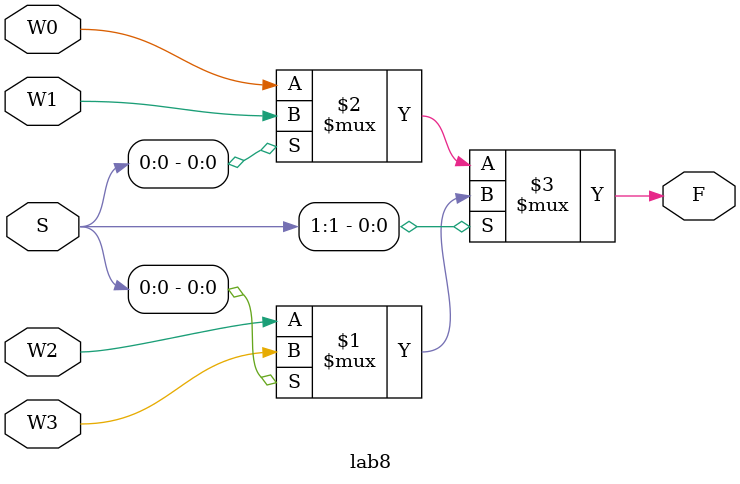
<source format=v>
module lab8(W3, W2, W1, W0, S, F);
	input W3, W2, W1, W0;
	input [1:0]S;
	output F;
	assign F = S[1] ? (S[0] ? (W3) : (W2)) : (S[0] ? (W1) : (W0));
	endmodule
</source>
